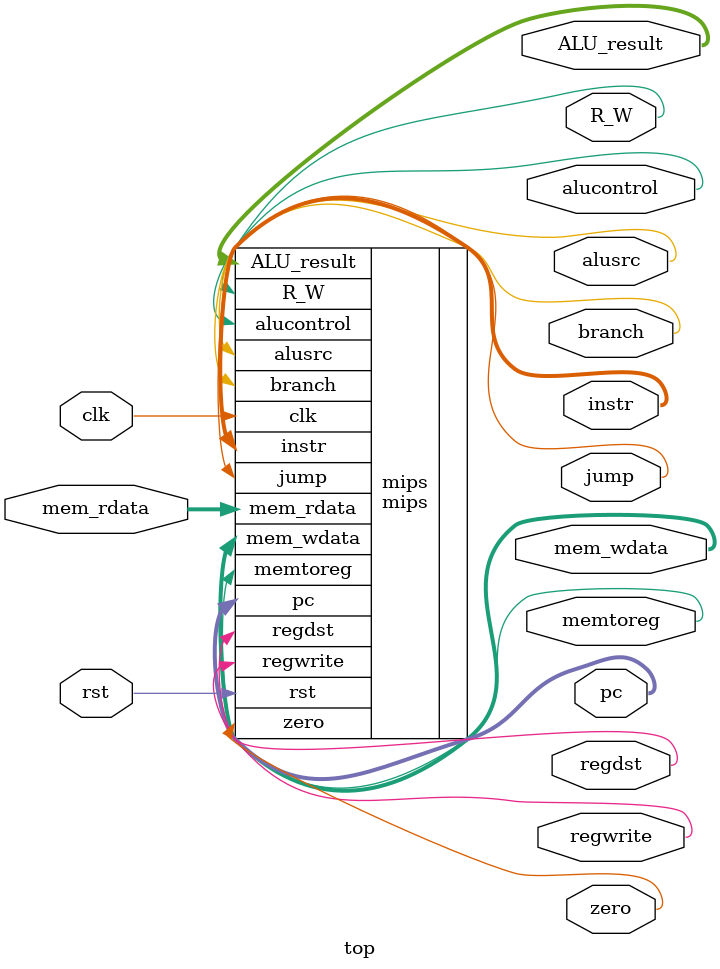
<source format=v>
`timescale 1ns / 1ps


module top(
    input wire clk,
    input wire rst,
    output wire R_W,
    output wire[31:0] pc,
    output wire[31:0] instr,
    output wire[31:0] ALU_result,
    output wire[31:0] mem_wdata,
    input wire[31:0] mem_rdata,
    output wire zero,memtoreg,regwrite,branch,alusrc,regdst,jump,alucontrol
);

    // wire R_W;
    // wire [31:0] pc, instr, ALU_resultl, mem_wdata, mem_rdata;

    mips mips(
        .clk(clk),
        .rst(rst),
        .R_W(R_W),
        .pc(pc),
        .instr(instr),
        .ALU_result(ALU_result),
        .mem_wdata(mem_wdata),
        .mem_rdata(mem_rdata),
        .zero(zero),
        .memtoreg(memtoreg),
        .regwrite(regwrite),
        .branch(branch),
        .alusrc(alusrc),
        .regdst(regdst),
        .jump(jump),
        .alucontrol(alucontrol)
    );



endmodule

</source>
